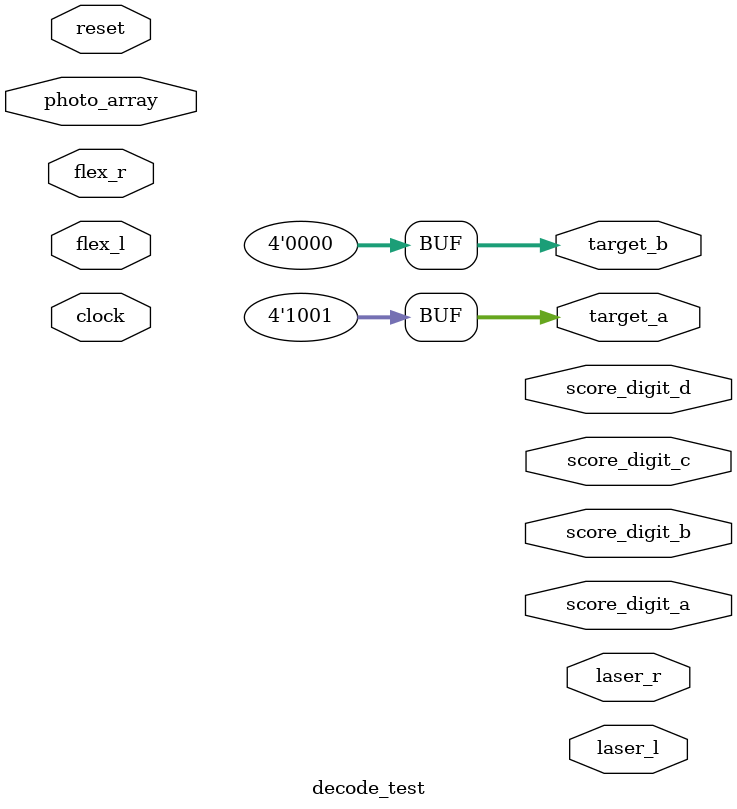
<source format=v>
module decode_test (clock, reset, photo_array, flex_r, flex_l, laser_r, laser_l, target_a, target_b, 
								score_digit_a, score_digit_b, score_digit_c, score_digit_d);
								
	input clock, reset, flex_l, flex_r;
	input [9:0] photo_array; // todo
	
	output laser_r, laser_l;
	output [3:0] target_a, target_b; // todo
	output [6:0] score_digit_a, score_digit_b, score_digit_c, score_digit_d;
	
	assign target_a = 4'd9;
	assign target_b = 4'd0;
	
endmodule

</source>
